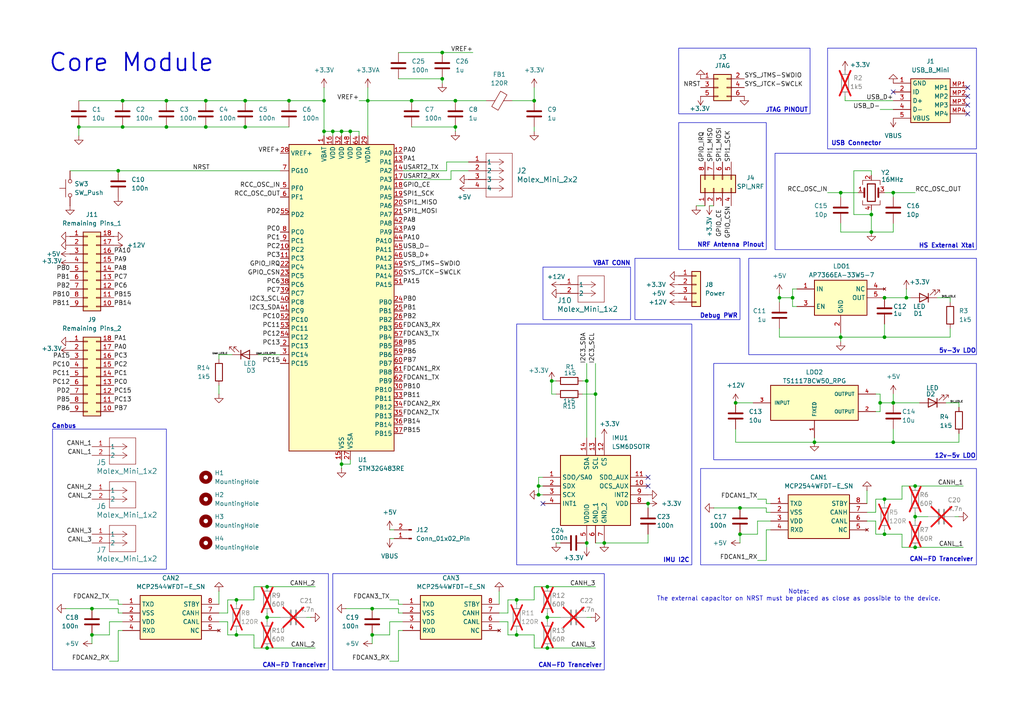
<source format=kicad_sch>
(kicad_sch (version 20231120) (generator "eeschema") (generator_version "8.0")
  (paper "A4")
  (title_block (title "Modular Robot Main Controller") (date "2024-08-25") (rev "0.1") (company "AT"))
  (junction (at 252.73 67.31))
  (junction (at 149.86 184.15))
  (junction (at 22.86 36.83))
  (junction (at 68.58 184.15))
  (junction (at 71.12 29.21))
  (junction (at 101.6 38.1))
  (junction (at 99.06 38.1))
  (junction (at 265.43 158.75))
  (junction (at 93.98 29.21))
  (junction (at 252.73 62.23))
  (junction (at 59.69 29.21))
  (junction (at 265.43 149.86))
  (junction (at 128.27 15.24))
  (junction (at 187.96 146.05))
  (junction (at 48.26 29.21))
  (junction (at 158.75 187.96))
  (junction (at 255.27 116.84))
  (junction (at 48.26 36.83))
  (junction (at 68.58 173.99))
  (junction (at 170.18 157.48))
  (junction (at 59.69 36.83))
  (junction (at 256.54 154.94))
  (junction (at 96.52 38.1))
  (junction (at 83.82 29.21))
  (junction (at 214.63 147.32))
  (junction (at 160.02 110.49))
  (junction (at 77.47 170.18))
  (junction (at 106.68 29.21))
  (junction (at 149.86 173.99))
  (junction (at 93.98 38.1))
  (junction (at 265.43 140.97))
  (junction (at 26.67 176.53))
  (junction (at 214.63 154.94))
  (junction (at 236.22 128.27))
  (junction (at 175.26 157.48))
  (junction (at 156.21 143.51))
  (junction (at 34.29 49.53))
  (junction (at 243.84 55.88))
  (junction (at 132.08 36.83))
  (junction (at 256.54 86.36))
  (junction (at 35.56 29.21))
  (junction (at 77.47 187.96))
  (junction (at 156.21 140.97))
  (junction (at 259.08 116.84))
  (junction (at 132.08 29.21))
  (junction (at 172.72 114.3))
  (junction (at 158.75 170.18))
  (junction (at 259.08 55.88))
  (junction (at 226.06 86.36))
  (junction (at 154.94 29.21))
  (junction (at 259.08 128.27))
  (junction (at 71.12 36.83))
  (junction (at 99.06 134.62))
  (junction (at 262.89 86.36))
  (junction (at 128.27 22.86))
  (junction (at 213.36 116.84))
  (junction (at 77.47 179.07))
  (junction (at 107.95 176.53))
  (junction (at 107.95 184.15))
  (junction (at 119.38 29.21))
  (junction (at 170.18 110.49))
  (junction (at 256.54 144.78))
  (junction (at 256.54 97.79))
  (junction (at 26.67 184.15))
  (junction (at 35.56 36.83))
  (junction (at 243.84 97.79))
  (junction (at 158.75 179.07))
  (junction (at 229.87 86.36))
  (no_connect (at 280.67 27.94))
  (no_connect (at 280.67 33.02))
  (no_connect (at 280.67 30.48))
  (no_connect (at 187.96 140.97))
  (no_connect (at 259.08 26.67))
  (no_connect (at 280.67 25.4))
  (no_connect (at 157.48 146.05))
  (no_connect (at 187.96 138.43))
  (wire (pts (xy 115.57 176.53) (xy 115.57 177.8)))
  (wire (pts (xy 73.66 173.99) (xy 68.58 173.99)))
  (wire (pts (xy 31.75 184.15) (xy 31.75 180.34)))
  (wire (pts (xy 66.04 184.15) (xy 68.58 184.15)))
  (wire (pts (xy 172.72 114.3) (xy 172.72 127)))
  (wire (pts (xy 265.43 148.59) (xy 265.43 149.86)))
  (wire (pts (xy 154.94 38.1) (xy 154.94 36.83)))
  (wire (pts (xy 59.69 36.83) (xy 71.12 36.83)))
  (wire (pts (xy 107.95 184.15) (xy 113.03 184.15)))
  (wire (pts (xy 48.26 29.21) (xy 59.69 29.21)))
  (wire (pts (xy 148.59 29.21) (xy 154.94 29.21)))
  (wire (pts (xy 254 144.78) (xy 256.54 144.78)))
  (wire (pts (xy 35.56 29.21) (xy 48.26 29.21)))
  (wire (pts (xy 187.96 154.94) (xy 187.96 157.48)))
  (wire (pts (xy 77.47 170.18) (xy 91.44 170.18)))
  (wire (pts (xy 34.29 182.88) (xy 35.56 182.88)))
  (wire (pts (xy 156.21 143.51) (xy 157.48 143.51)))
  (wire (pts (xy 278.13 149.86) (xy 276.86 149.86)))
  (wire (pts (xy 144.78 171.45) (xy 144.78 175.26)))
  (wire (pts (xy 275.59 87.63) (xy 275.59 86.36)))
  (wire (pts (xy 154.94 184.15) (xy 149.86 184.15)))
  (wire (pts (xy 252.73 49.53) (xy 252.73 50.8)))
  (wire (pts (xy 73.66 170.18) (xy 77.47 170.18)))
  (wire (pts (xy 229.87 86.36) (xy 229.87 88.9)))
  (wire (pts (xy 156.21 140.97) (xy 156.21 143.51)))
  (wire (pts (xy 278.13 128.27) (xy 259.08 128.27)))
  (wire (pts (xy 256.54 144.78) (xy 256.54 146.05)))
  (wire (pts (xy 26.67 184.15) (xy 26.67 186.69)))
  (wire (pts (xy 222.25 153.67) (xy 223.52 153.67)))
  (wire (pts (xy 264.16 86.36) (xy 262.89 86.36)))
  (wire (pts (xy 154.94 170.18) (xy 154.94 173.99)))
  (wire (pts (xy 66.04 180.34) (xy 63.5 180.34)))
  (wire (pts (xy 261.62 140.97) (xy 265.43 140.97)))
  (wire (pts (xy 107.95 184.15) (xy 107.95 186.69)))
  (wire (pts (xy 19.05 176.53) (xy 26.67 176.53)))
  (wire (pts (xy 63.5 104.14) (xy 63.5 102.87)))
  (wire (pts (xy 170.18 110.49) (xy 170.18 127)))
  (wire (pts (xy 160.02 110.49) (xy 161.29 110.49)))
  (wire (pts (xy 107.95 176.53) (xy 115.57 176.53)))
  (wire (pts (xy 243.84 97.79) (xy 243.84 96.52)))
  (wire (pts (xy 161.29 157.48) (xy 162.56 157.48)))
  (wire (pts (xy 119.38 36.83) (xy 132.08 36.83)))
  (wire (pts (xy 113.03 156.21) (xy 114.3 156.21)))
  (wire (pts (xy 99.06 38.1) (xy 101.6 38.1)))
  (wire (pts (xy 213.36 128.27) (xy 236.22 128.27)))
  (wire (pts (xy 149.86 182.88) (xy 149.86 184.15)))
  (wire (pts (xy 252.73 62.23) (xy 252.73 67.31)))
  (wire (pts (xy 256.54 97.79) (xy 243.84 97.79)))
  (wire (pts (xy 34.29 175.26) (xy 35.56 175.26)))
  (wire (pts (xy 158.75 177.8) (xy 158.75 179.07)))
  (wire (pts (xy 115.57 173.99) (xy 115.57 175.26)))
  (wire (pts (xy 265.43 149.86) (xy 269.24 149.86)))
  (wire (pts (xy 247.65 62.23) (xy 252.73 62.23)))
  (wire (pts (xy 154.94 25.4) (xy 154.94 29.21)))
  (wire (pts (xy 99.06 38.1) (xy 99.06 39.37)))
  (wire (pts (xy 168.91 114.3) (xy 172.72 114.3)))
  (wire (pts (xy 222.25 162.56) (xy 222.25 153.67)))
  (wire (pts (xy 236.22 128.27) (xy 259.08 128.27)))
  (wire (pts (xy 132.08 38.1) (xy 132.08 36.83)))
  (wire (pts (xy 147.32 177.8) (xy 144.78 177.8)))
  (wire (pts (xy 73.66 187.96) (xy 77.47 187.96)))
  (wire (pts (xy 93.98 29.21) (xy 93.98 38.1)))
  (wire (pts (xy 96.52 38.1) (xy 99.06 38.1)))
  (wire (pts (xy 256.54 153.67) (xy 256.54 154.94)))
  (wire (pts (xy 93.98 38.1) (xy 96.52 38.1)))
  (wire (pts (xy 265.43 158.75) (xy 279.4 158.75)))
  (wire (pts (xy 99.06 134.62) (xy 99.06 135.89)))
  (wire (pts (xy 251.46 142.24) (xy 251.46 146.05)))
  (wire (pts (xy 96.52 38.1) (xy 96.52 39.37)))
  (wire (pts (xy 63.5 111.76) (xy 63.5 114.3)))
  (wire (pts (xy 77.47 179.07) (xy 81.28 179.07)))
  (wire (pts (xy 63.5 102.87) (xy 67.31 102.87)))
  (wire (pts (xy 261.62 140.97) (xy 261.62 144.78)))
  (wire (pts (xy 172.72 105.41) (xy 172.72 114.3)))
  (wire (pts (xy 255.27 114.3) (xy 254 114.3)))
  (wire (pts (xy 261.62 158.75) (xy 261.62 154.94)))
  (wire (pts (xy 255.27 31.75) (xy 259.08 31.75)))
  (wire (pts (xy 115.57 22.86) (xy 128.27 22.86)))
  (wire (pts (xy 168.91 110.49) (xy 170.18 110.49)))
  (wire (pts (xy 187.96 157.48) (xy 175.26 157.48)))
  (wire (pts (xy 254 154.94) (xy 254 151.13)))
  (wire (pts (xy 259.08 128.27) (xy 259.08 124.46)))
  (wire (pts (xy 73.66 187.96) (xy 73.66 184.15)))
  (wire (pts (xy 154.94 173.99) (xy 149.86 173.99)))
  (wire (pts (xy 106.68 29.21) (xy 119.38 29.21)))
  (wire (pts (xy 113.03 191.77) (xy 115.57 191.77)))
  (wire (pts (xy 236.22 128.27) (xy 236.22 127)))
  (wire (pts (xy 214.63 154.94) (xy 214.63 157.48)))
  (wire (pts (xy 229.87 83.82) (xy 229.87 86.36)))
  (wire (pts (xy 129.54 46.99) (xy 135.89 46.99)))
  (wire (pts (xy 205.74 59.69) (xy 207.01 59.69)))
  (wire (pts (xy 226.06 86.36) (xy 229.87 86.36)))
  (wire (pts (xy 254 148.59) (xy 251.46 148.59)))
  (wire (pts (xy 213.36 116.84) (xy 218.44 116.84)))
  (wire (pts (xy 255.27 114.3) (xy 255.27 116.84)))
  (wire (pts (xy 214.63 147.32) (xy 222.25 147.32)))
  (wire (pts (xy 243.84 64.77) (xy 243.84 67.31)))
  (wire (pts (xy 154.94 170.18) (xy 158.75 170.18)))
  (wire (pts (xy 158.75 179.07) (xy 158.75 180.34)))
  (wire (pts (xy 68.58 182.88) (xy 68.58 184.15)))
  (wire (pts (xy 240.03 55.88) (xy 243.84 55.88)))
  (wire (pts (xy 259.08 55.88) (xy 256.54 55.88)))
  (wire (pts (xy 261.62 154.94) (xy 256.54 154.94)))
  (wire (pts (xy 278.13 116.84) (xy 274.32 116.84)))
  (wire (pts (xy 275.59 95.25) (xy 275.59 97.79)))
  (wire (pts (xy 106.68 25.4) (xy 106.68 29.21)))
  (wire (pts (xy 147.32 173.99) (xy 147.32 177.8)))
  (wire (pts (xy 147.32 184.15) (xy 149.86 184.15)))
  (wire (pts (xy 48.26 36.83) (xy 59.69 36.83)))
  (wire (pts (xy 278.13 125.73) (xy 278.13 128.27)))
  (wire (pts (xy 31.75 191.77) (xy 34.29 191.77)))
  (wire (pts (xy 130.81 49.53) (xy 130.81 52.07)))
  (wire (pts (xy 259.08 116.84) (xy 266.7 116.84)))
  (wire (pts (xy 104.14 29.21) (xy 106.68 29.21)))
  (wire (pts (xy 201.93 59.69) (xy 204.47 59.69)))
  (wire (pts (xy 243.84 67.31) (xy 252.73 67.31)))
  (wire (pts (xy 68.58 173.99) (xy 68.58 175.26)))
  (wire (pts (xy 93.98 25.4) (xy 93.98 29.21)))
  (wire (pts (xy 66.04 177.8) (xy 63.5 177.8)))
  (wire (pts (xy 34.29 173.99) (xy 34.29 175.26)))
  (wire (pts (xy 254 154.94) (xy 256.54 154.94)))
  (wire (pts (xy 116.84 49.53) (xy 129.54 49.53)))
  (wire (pts (xy 254 144.78) (xy 254 148.59)))
  (wire (pts (xy 222.25 144.78) (xy 222.25 146.05)))
  (wire (pts (xy 254 151.13) (xy 251.46 151.13)))
  (wire (pts (xy 278.13 118.11) (xy 278.13 116.84)))
  (wire (pts (xy 275.59 86.36) (xy 271.78 86.36)))
  (wire (pts (xy 34.29 176.53) (xy 34.29 177.8)))
  (wire (pts (xy 252.73 49.53) (xy 247.65 49.53)))
  (wire (pts (xy 160.02 110.49) (xy 160.02 114.3)))
  (wire (pts (xy 222.25 148.59) (xy 223.52 148.59)))
  (wire (pts (xy 245.11 29.21) (xy 245.11 27.94)))
  (wire (pts (xy 66.04 173.99) (xy 66.04 177.8)))
  (wire (pts (xy 160.02 114.3) (xy 161.29 114.3)))
  (wire (pts (xy 71.12 29.21) (xy 83.82 29.21)))
  (wire (pts (xy 275.59 97.79) (xy 256.54 97.79)))
  (wire (pts (xy 20.32 49.53) (xy 34.29 49.53)))
  (wire (pts (xy 101.6 38.1) (xy 101.6 39.37)))
  (wire (pts (xy 100.33 176.53) (xy 107.95 176.53)))
  (wire (pts (xy 261.62 158.75) (xy 265.43 158.75)))
  (wire (pts (xy 172.72 157.48) (xy 175.26 157.48)))
  (wire (pts (xy 115.57 177.8) (xy 116.84 177.8)))
  (wire (pts (xy 243.84 57.15) (xy 243.84 55.88)))
  (wire (pts (xy 77.47 177.8) (xy 77.47 179.07)))
  (wire (pts (xy 34.29 191.77) (xy 34.29 182.88)))
  (wire (pts (xy 71.12 36.83) (xy 83.82 36.83)))
  (wire (pts (xy 34.29 49.53) (xy 81.28 49.53)))
  (wire (pts (xy 255.27 116.84) (xy 255.27 119.38)))
  (wire (pts (xy 265.43 149.86) (xy 265.43 151.13)))
  (wire (pts (xy 229.87 88.9) (xy 231.14 88.9)))
  (wire (pts (xy 115.57 191.77) (xy 115.57 182.88)))
  (wire (pts (xy 31.75 173.99) (xy 34.29 173.99)))
  (wire (pts (xy 219.71 144.78) (xy 222.25 144.78)))
  (wire (pts (xy 113.03 184.15) (xy 113.03 180.34)))
  (wire (pts (xy 129.54 49.53) (xy 129.54 46.99)))
  (wire (pts (xy 255.27 116.84) (xy 259.08 116.84)))
  (wire (pts (xy 259.08 57.15) (xy 259.08 55.88)))
  (wire (pts (xy 34.29 177.8) (xy 35.56 177.8)))
  (wire (pts (xy 22.86 29.21) (xy 35.56 29.21)))
  (wire (pts (xy 132.08 29.21) (xy 140.97 29.21)))
  (wire (pts (xy 59.69 29.21) (xy 71.12 29.21)))
  (wire (pts (xy 113.03 173.99) (xy 115.57 173.99)))
  (wire (pts (xy 222.25 146.05) (xy 223.52 146.05)))
  (wire (pts (xy 26.67 176.53) (xy 34.29 176.53)))
  (wire (pts (xy 255.27 119.38) (xy 254 119.38)))
  (wire (pts (xy 115.57 175.26) (xy 116.84 175.26)))
  (wire (pts (xy 66.04 173.99) (xy 68.58 173.99)))
  (wire (pts (xy 243.84 99.06) (xy 243.84 97.79)))
  (wire (pts (xy 101.6 133.35) (xy 101.6 134.62)))
  (wire (pts (xy 99.06 133.35) (xy 99.06 134.62)))
  (wire (pts (xy 101.6 134.62) (xy 99.06 134.62)))
  (wire (pts (xy 213.36 124.46) (xy 213.36 128.27)))
  (wire (pts (xy 214.63 154.94) (xy 219.71 154.94)))
  (wire (pts (xy 262.89 83.82) (xy 262.89 86.36)))
  (wire (pts (xy 256.54 93.98) (xy 256.54 97.79)))
  (wire (pts (xy 83.82 29.21) (xy 93.98 29.21)))
  (wire (pts (xy 77.47 179.07) (xy 77.47 180.34)))
  (wire (pts (xy 115.57 15.24) (xy 128.27 15.24)))
  (wire (pts (xy 170.18 158.75) (xy 170.18 157.48)))
  (wire (pts (xy 66.04 184.15) (xy 66.04 180.34)))
  (wire (pts (xy 113.03 153.67) (xy 114.3 153.67)))
  (wire (pts (xy 243.84 55.88) (xy 248.92 55.88)))
  (wire (pts (xy 222.25 147.32) (xy 222.25 148.59)))
  (wire (pts (xy 73.66 170.18) (xy 73.66 173.99)))
  (wire (pts (xy 170.18 105.41) (xy 170.18 110.49)))
  (wire (pts (xy 219.71 154.94) (xy 219.71 151.13)))
  (wire (pts (xy 106.68 29.21) (xy 106.68 39.37)))
  (wire (pts (xy 115.57 182.88) (xy 116.84 182.88)))
  (wire (pts (xy 265.43 140.97) (xy 279.4 140.97)))
  (wire (pts (xy 247.65 49.53) (xy 247.65 62.23)))
  (wire (pts (xy 73.66 184.15) (xy 68.58 184.15)))
  (wire (pts (xy 219.71 151.13) (xy 223.52 151.13)))
  (wire (pts (xy 116.84 52.07) (xy 130.81 52.07)))
  (wire (pts (xy 74.93 102.87) (xy 81.28 102.87)))
  (wire (pts (xy 26.67 184.15) (xy 31.75 184.15)))
  (wire (pts (xy 130.81 49.53) (xy 135.89 49.53)))
  (wire (pts (xy 113.03 180.34) (xy 116.84 180.34)))
  (wire (pts (xy 157.48 138.43) (xy 156.21 138.43)))
  (wire (pts (xy 259.08 67.31) (xy 259.08 64.77)))
  (wire (pts (xy 149.86 173.99) (xy 149.86 175.26)))
  (wire (pts (xy 31.75 180.34) (xy 35.56 180.34)))
  (wire (pts (xy 226.06 87.63) (xy 226.06 86.36)))
  (wire (pts (xy 229.87 83.82) (xy 231.14 83.82)))
  (wire (pts (xy 128.27 15.24) (xy 137.16 15.24)))
  (wire (pts (xy 226.06 97.79) (xy 243.84 97.79)))
  (wire (pts (xy 147.32 173.99) (xy 149.86 173.99)))
  (wire (pts (xy 22.86 36.83) (xy 35.56 36.83)))
  (wire (pts (xy 128.27 24.13) (xy 128.27 22.86)))
  (wire (pts (xy 226.06 85.09) (xy 226.06 86.36)))
  (wire (pts (xy 22.86 39.37) (xy 22.86 36.83)))
  (wire (pts (xy 259.08 29.21) (xy 245.11 29.21)))
  (wire (pts (xy 226.06 95.25) (xy 226.06 97.79)))
  (wire (pts (xy 259.08 114.3) (xy 259.08 116.84)))
  (wire (pts (xy 156.21 138.43) (xy 156.21 140.97)))
  (wire (pts (xy 35.56 36.83) (xy 48.26 36.83)))
  (wire (pts (xy 252.73 62.23) (xy 252.73 60.96)))
  (wire (pts (xy 256.54 86.36) (xy 262.89 86.36)))
  (wire (pts (xy 147.32 180.34) (xy 144.78 180.34)))
  (wire (pts (xy 158.75 187.96) (xy 172.72 187.96)))
  (wire (pts (xy 63.5 171.45) (xy 63.5 175.26)))
  (wire (pts (xy 261.62 144.78) (xy 256.54 144.78)))
  (wire (pts (xy 252.73 67.31) (xy 259.08 67.31)))
  (wire (pts (xy 158.75 170.18) (xy 172.72 170.18)))
  (wire (pts (xy 154.94 187.96) (xy 158.75 187.96)))
  (wire (pts (xy 219.71 162.56) (xy 222.25 162.56)))
  (wire (pts (xy 93.98 38.1) (xy 93.98 39.37)))
  (wire (pts (xy 157.48 140.97) (xy 156.21 140.97)))
  (wire (pts (xy 171.45 179.07) (xy 170.18 179.07)))
  (wire (pts (xy 187.96 147.32) (xy 187.96 146.05)))
  (wire (pts (xy 90.17 179.07) (xy 88.9 179.07)))
  (wire (pts (xy 119.38 29.21) (xy 132.08 29.21)))
  (wire (pts (xy 207.01 147.32) (xy 214.63 147.32)))
  (wire (pts (xy 147.32 184.15) (xy 147.32 180.34)))
  (wire (pts (xy 77.47 187.96) (xy 91.44 187.96)))
  (wire (pts (xy 104.14 38.1) (xy 104.14 39.37)))
  (wire (pts (xy 158.75 179.07) (xy 162.56 179.07)))
  (wire (pts (xy 101.6 38.1) (xy 104.14 38.1)))
  (wire (pts (xy 265.43 55.88) (xy 259.08 55.88)))
  (wire (pts (xy 154.94 187.96) (xy 154.94 184.15)))
  (rectangle (start 15.24 124.46) (end 48.26 165.1))
  (rectangle (start 149.86 93.98) (end 200.66 163.83))
  (rectangle (start 157.48 77.47) (end 182.88 92.71))
  (rectangle (start 15.24 166.37) (end 95.25 194.31))
  (rectangle (start 96.52 166.37) (end 175.26 194.31))
  (rectangle (start 203.2 135.89) (end 283.21 163.83))
  (rectangle (start 240.03 13.97) (end 283.21 43.18))
  (rectangle (start 207.01 105.41) (end 283.21 133.35))
  (rectangle (start 196.85 13.97) (end 234.95 33.02))
  (rectangle (start 184.15 74.93) (end 214.63 92.71))
  (rectangle (start 196.85 35.56) (end 222.25 72.39))
  (rectangle (start 217.17 74.93) (end 283.21 102.87))
  (rectangle (start 224.79 44.45) (end 283.21 72.39))
  (text "CAN-FD Tranceiver\n" (at 85.344 193.04 0) (effects (font (size 1.27 1.27) (thickness 0.254) (bold yes))))
  (text "IMU I2C\n" (at 192.278 162.56 0) (effects (font (size 1.27 1.27) (thickness 0.254) (bold yes)) (justify left)))
  (text "HS External Xtal" (at 266.446 71.374 0) (effects (font (size 1.27 1.27) (thickness 0.254) (bold yes)) (justify left)))
  (text "NRF Antenna Pinout\n" (at 202.184 71.12 0) (effects (font (size 1.27 1.27) (thickness 0.254) (bold yes)) (justify left)))
  (text "Debug PWR\n" (at 202.946 91.694 0) (effects (font (size 1.27 1.27) (thickness 0.254) (bold yes)) (justify left)))
  (text "5v-3v LDO\n" (at 272.288 101.854 0) (effects (font (size 1.27 1.27) (thickness 0.254) (bold yes)) (justify left)))
  (text "VBAT CONN" (at 171.958 76.454 0) (effects (font (size 1.27 1.27) (thickness 0.254) (bold yes)) (justify left)))
  (text "CAN-FD Tranceiver\n" (at 165.354 193.04 0) (effects (font (size 1.27 1.27) (thickness 0.254) (bold yes))))
  (text "Notes:\nThe external capacitor on NRST must be placed as close as possible to the device.\n" (at 231.648 172.72 0) (effects (font (size 1.27 1.27))))
  (text "12v-5v LDO" (at 271.018 132.334 0) (effects (font (size 1.27 1.27) (thickness 0.254) (bold yes)) (justify left)))
  (text "USB Connector\n" (at 241.046 41.656 0) (effects (font (size 1.27 1.27) (thickness 0.254) (bold yes)) (justify left)))
  (text "Canbus" (at 18.542 123.698 0) (effects (font (size 1.27 1.27) (thickness 0.254) (bold yes))))
  (text "JTAG PINOUT\n" (at 221.996 32.004 0) (effects (font (size 1.27 1.27) (thickness 0.254) (bold yes)) (justify left)))
  (text "Core Module\n" (at 13.97 18.288 0) (effects (font (size 5.08 5.08) (thickness 0.508) (bold yes)) (justify left)))
  (text "CAN-FD Tranceiver\n" (at 273.05 162.306 0) (effects (font (size 1.27 1.27) (thickness 0.254) (bold yes))))
  (label "User_LED_C" (at 66.04 102.87 180) (effects (font (size 0.508 0.508))))
  (label "PA15" (at 20.32 104.14 180))
  (label "PC2" (at 33.02 106.68 0))
  (label "PB14" (at 33.02 88.9 0))
  (label "CANH_2" (at 26.67 142.24 180))
  (label "PC10" (at 81.28 92.71 180))
  (label "FDCAN2_RX" (at 31.75 191.77 180))
  (label "CANL_2" (at 26.67 144.78 180))
  (label "PA10" (at 116.84 69.85 0))
  (label "PB2" (at 20.32 83.82 180))
  (label "SYS_JTCK-SWCLK" (at 116.84 80.01 0))
  (label "FDCAN3_RX" (at 113.03 191.77 180))
  (label "FDCAN1_RX" (at 116.84 107.95 0))
  (label "FDCAN2_TX" (at 116.84 120.65 0))
  (label "PB15" (at 33.02 86.36 0))
  (label "FDCAN3_RX" (at 116.84 95.25 0))
  (label "VREF+" (at 104.14 29.21 180))
  (label "PD2" (at 20.32 114.3 180))
  (label "SPI1_MOSI" (at 209.55 46.99 90))
  (label "I2C3_SDA" (at 81.28 90.17 180))
  (label "PB0" (at 116.84 87.63 0))
  (label "USB_D-" (at 255.27 31.75 180))
  (label "CANL_1" (at 26.67 132.08 180))
  (label "PC11" (at 20.32 109.22 180))
  (label "VREF+" (at 137.16 15.24 180))
  (label "PA9" (at 33.02 76.2 0))
  (label "RCC_OSC_OUT" (at 81.28 57.15 180))
  (label "I2C3_SCL" (at 172.72 105.41 90))
  (label "GPIO_CSN" (at 81.28 80.01 180))
  (label "USB_D+" (at 116.84 74.93 0))
  (label "RCC_OSC_IN" (at 81.28 54.61 180))
  (label "CANL_2" (at 91.44 187.96 180))
  (label "GPIO_CE " (at 116.84 54.61 0))
  (label "PC1" (at 81.28 69.85 180))
  (label "CANH_3" (at 26.67 154.94 180))
  (label "I2C3_SDA" (at 170.18 105.41 90))
  (label "I2C3_SCL" (at 81.28 87.63 180))
  (label "PA15" (at 116.84 82.55 0))
  (label "NRST" (at 203.2 25.4 180))
  (label "PB1" (at 20.32 81.28 180))
  (label "FDCAN1_TX" (at 219.71 144.78 180))
  (label "PC13" (at 33.02 116.84 0))
  (label "PC0" (at 81.28 67.31 180))
  (label "SPI1_SCK" (at 212.09 46.99 90))
  (label "PB15" (at 116.84 125.73 0))
  (label "PB11" (at 20.32 88.9 180))
  (label "GPIO_IRQ" (at 204.47 46.99 90))
  (label "FDCAN3_TX" (at 113.03 173.99 180))
  (label "USB_D-" (at 116.84 72.39 0))
  (label "PC1" (at 33.02 109.22 0))
  (label "PC11" (at 81.28 95.25 180))
  (label "5V_LED_C" (at 275.59 116.84 0) (effects (font (size 0.508 0.508))))
  (label "PB7" (at 33.02 119.38 0))
  (label "PB10" (at 20.32 86.36 180))
  (label "3V3_LED_C" (at 273.05 86.36 0) (effects (font (size 0.508 0.508))))
  (label "PC15" (at 81.28 105.41 180))
  (label "PB6" (at 116.84 102.87 0))
  (label "CANH_3" (at 172.72 170.18 180))
  (label "PA9" (at 116.84 67.31 0))
  (label "USART2_TX" (at 116.84 49.53 0))
  (label "PB2" (at 116.84 92.71 0))
  (label "PC13" (at 81.28 100.33 180))
  (label "FDCAN3_TX" (at 116.84 97.79 0))
  (label "CANL_3" (at 26.67 157.48 180))
  (label "PC12" (at 81.28 97.79 180))
  (label "PC12" (at 20.32 111.76 180))
  (label "SPI1_SCK" (at 116.84 57.15 0))
  (label "PB6" (at 20.32 119.38 180))
  (label "SPI1_MISO" (at 207.01 46.99 90))
  (label "USB_D+" (at 259.08 29.21 180))
  (label "NRST" (at 55.88 49.53 0))
  (label "PB0" (at 20.32 78.74 180))
  (label "GPIO_CSN" (at 212.09 59.69 270))
  (label "PA8" (at 33.02 78.74 0))
  (label "SPI1_MISO" (at 116.84 59.69 0))
  (label "PB11" (at 116.84 115.57 0))
  (label "PC7" (at 33.02 81.28 0))
  (label "PB10" (at 116.84 113.03 0))
  (label "User_LED_GPIO" (at 80.01 102.87 180) (effects (font (size 0.508 0.508))))
  (label "FDCAN1_RX" (at 219.71 162.56 180))
  (label "PB14" (at 116.84 123.19 0))
  (label "CANH_1" (at 279.4 140.97 180))
  (label "RCC_OSC_IN" (at 240.03 55.88 180))
  (label "PB5" (at 20.32 116.84 180))
  (label "FDCAN2_TX" (at 31.75 173.99 180))
  (label "PD2" (at 81.28 62.23 180))
  (label "GPIO_IRQ" (at 81.28 77.47 180))
  (label "PC0" (at 33.02 111.76 0))
  (label "PB7" (at 116.84 105.41 0))
  (label "PC3" (at 81.28 74.93 180))
  (label "PC15" (at 33.02 114.3 0))
  (label "RCC_OSC_OUT" (at 265.43 55.88 0))
  (label "PA0" (at 116.84 44.45 0))
  (label "SYS_JTMS-SWDIO" (at 215.9 22.86 0))
  (label "PA1" (at 33.02 99.06 0))
  (label "PA1" (at 116.84 46.99 0))
  (label "PA10" (at 33.02 73.66 0))
  (label "GPIO_CE " (at 209.55 59.69 270))
  (label "PC7" (at 81.28 85.09 180))
  (label "PB5" (at 116.84 100.33 0))
  (label "PB1" (at 116.84 90.17 0))
  (label "FDCAN2_RX" (at 116.84 118.11 0))
  (label "PC6" (at 33.02 83.82 0))
  (label "USART2_RX" (at 116.84 52.07 0))
  (label "SYS_JTCK-SWCLK" (at 215.9 25.4 0))
  (label "PC6" (at 81.28 82.55 180))
  (label "PC10" (at 20.32 106.68 180))
  (label "PA0" (at 33.02 101.6 0))
  (label "CANH_1" (at 26.67 129.54 180))
  (label "CANL_3" (at 172.72 187.96 180))
  (label "VREF+" (at 81.28 44.45 180))
  (label "FDCAN1_TX" (at 116.84 110.49 0))
  (label "PC3" (at 33.02 104.14 0))
  (label "PC2" (at 81.28 72.39 180))
  (label "SPI1_MOSI" (at 116.84 62.23 0))
  (label "SYS_JTMS-SWDIO" (at 116.84 77.47 0))
  (label "CANL_1" (at 279.4 158.75 180))
  (label "CANH_2" (at 91.44 170.18 180))
  (label "PA8" (at 116.84 64.77 0))
  (symbol (lib_id "Device:C") (at 85.09 179.07 90) (unit 1) (exclude_from_sim yes) (in_bom no) (on_board no) (dnp yes)
    (property "Reference" "C21" (at 86.868 174.244 90) (effects (justify right)))
    (property "Value" "4.7n" (at 86.868 176.784 90) (effects (justify right)))
    (property "Footprint" "Capacitor_SMD:C_0402_1005Metric" (effects (hide yes)))
    (property "Description" "Unpolarized capacitor" (effects (hide yes)))
  )
  (symbol (lib_id "Device:R") (at 256.54 149.86 0) (unit 1) (dnp yes)
    (property "Reference" "R5" (at 257.81 148.59 0) (effects (justify left)))
    (property "Value" "120R" (at 257.81 151.13 0) (effects (justify left)))
    (property "Footprint" "Resistor_SMD:R_0402_1005Metric" (effects (hide yes)))
    (property "Description" "Resistor" (effects (hide yes)))
  )
  (symbol (lib_id "power:+12V") (at 162.56 82.55 90) (unit 1)
    (property "Reference" "#PWR047" (effects (hide yes)))
    (property "Value" "+12V" (at 161.29 80.264 90))
    (property "Description" "Power symbol creates a global label with name \"+12V\"" (effects (hide yes)))
  )
  (symbol (lib_id "Connector_Generic:Conn_02x03_Odd_Even") (at 208.28 25.4 0) (unit 1)
    (property "Reference" "J3" (at 209.55 16.51 0))
    (property "Value" "JTAG" (at 209.55 19.05 0))
    (property "Footprint" "Connector_PinHeader_2.54mm:PinHeader_2x03_P2.54mm_Vertical" (effects (hide yes)))
    (property "Description" "Generic connector, double row, 02x03, odd/even pin numbering scheme (row 1 odd numbers, row 2 even numbers), script generated (kicad-library-utils/schlib/autogen/connector/)" (effects (hide yes)))
  )
  (symbol (lib_id "power:+5V") (at 259.08 114.3 0) (unit 1)
    (property "Reference" "#PWR030" (effects (hide yes)))
    (property "Value" "+5V" (at 259.08 109.22 0))
    (property "Description" "Power symbol creates a global label with name \"+5V\"" (effects (hide yes)))
  )
  (symbol (lib_id "Connector_Generic:Conn_01x04") (at 201.93 82.55 0) (unit 1)
    (property "Reference" "J8" (at 204.47 82.5499 0) (effects (justify left)))
    (property "Value" "Power" (at 204.47 85.0899 0) (effects (justify left)))
    (property "Footprint" "Connector_PinSocket_2.54mm:PinSocket_1x04_P2.54mm_Vertical" (effects (hide yes)))
    (property "Description" "Generic connector, single row, 01x04, script generated (kicad-library-utils/schlib/autogen/connector/)" (effects (hide yes)))
  )
  (symbol (lib_id "Switch:SW_Push") (at 20.32 54.61 90) (unit 1)
    (property "Reference" "SW3" (at 21.59 53.3399 90) (effects (justify right)))
    (property "Value" "SW_Push" (at 21.59 55.8799 90) (effects (justify right)))
    (property "Footprint" "Personal:Button_TL3302AF260QG" (effects (hide yes)))
    (property "Description" "Push button switch, generic, two pins" (effects (hide yes)))
  )
  (symbol (lib_id "power:GND") (at 207.01 147.32 270) (unit 1)
    (property "Reference" "#PWR032" (effects (hide yes)))
    (property "Value" "GND" (effects (hide yes)))
    (property "Description" "Power symbol creates a global label with name \"GND\" , ground" (effects (hide yes)))
  )
  (symbol (lib_id "power:+12V") (at 33.02 71.12 270) (unit 1)
    (property "Reference" "#PWR062" (effects (hide yes)))
    (property "Value" "+12V" (at 36.83 71.1199 90) (effects (justify left)))
    (property "Description" "Power symbol creates a global label with name \"+12V\"" (effects (hide yes)))
  )
  (symbol (lib_id "Device:C") (at 48.26 33.02 0) (unit 1)
    (property "Reference" "C3" (at 52.07 31.7499 0) (effects (justify left)))
    (property "Value" "100n" (at 52.07 34.2899 0) (effects (justify left)))
    (property "Footprint" "Capacitor_SMD:C_0402_1005Metric" (effects (hide yes)))
    (property "Description" "Unpolarized capacitor" (effects (hide yes)))
  )
  (symbol (lib_id "power:GND") (at 201.93 59.69 0) (unit 1)
    (property "Reference" "#PWR050" (effects (hide yes)))
    (property "Value" "GND" (effects (hide yes)))
    (property "Description" "Power symbol creates a global label with name \"GND\" , ground" (effects (hide yes)))
  )
  (symbol (lib_id "power:VBUS") (at 113.03 156.21 180) (unit 1)
    (property "Reference" "#PWR055" (effects (hide yes)))
    (property "Value" "VBUS" (at 113.03 161.29 0))
    (property "Description" "Power symbol creates a global label with name \"VBUS\"" (effects (hide yes)))
  )
  (symbol (lib_id "power:GND") (at 19.05 176.53 270) (unit 1)
    (property "Reference" "#PWR036" (effects (hide yes)))
    (property "Value" "GND" (effects (hide yes)))
    (property "Description" "Power symbol creates a global label with name \"GND\" , ground" (effects (hide yes)))
  )
  (symbol (lib_id "Personal:430450224_MolexVert_1x2") (at 26.67 154.94 0) (unit 1)
    (property "Reference" "J7" (at 27.94 159.512 0) (effects (font (size 1.524 1.524)) (justify left)))
    (property "Value" "Molex_Mini_1x2" (at 27.94 162.052 0) (effects (font (size 1.524 1.524)) (justify left)))
    (property "Footprint" "Personal:CON_430450224_MOL_VERT_1x2" (effects (hide yes)))
    (property "Datasheet" "430450224" (effects (hide yes)))
  )
  (symbol (lib_id "power:+3.3V") (at 20.32 101.6 90) (unit 1)
    (property "Reference" "#PWR064" (effects (hide yes)))
    (property "Value" "+3.3V" (at 14.986 101.092 90))
    (property "Description" "Power symbol creates a global label with name \"+3.3V\"" (effects (hide yes)))
  )
  (symbol (lib_id "Device:C") (at 59.69 33.02 0) (unit 1)
    (property "Reference" "C4" (at 63.5 31.7499 0) (effects (justify left)))
    (property "Value" "100n" (at 63.5 34.2899 0) (effects (justify left)))
    (property "Footprint" "Capacitor_SMD:C_0402_1005Metric" (effects (hide yes)))
    (property "Description" "Unpolarized capacitor" (effects (hide yes)))
  )
  (symbol (lib_id "Personal:MCP2544WFDT-E_SN") (at 35.56 175.26 0) (unit 1)
    (property "Reference" "CAN2" (at 49.53 167.64 0))
    (property "Value" "MCP2544WFDT-E_SN" (at 49.53 170.18 0))
    (property "Footprint" "Personal:SOIC127P600X175-8N" (effects (hide yes)))
    (property "Datasheet" "https://ww1.microchip.com/downloads/aemDocuments/documents/APID/ProductDocuments/DataSheets/MCP2542FD-MCP2542WFD-4WFD-Data-Sheet-DS20005514C.pdf" (effects (hide yes)))
    (property "Description" "CAN Interface IC CAN FD Transceiver" (effects (hide yes)))
    (property "Height" "1.75" (effects (hide yes)))
    (property "Mouser Part Number" "579-MCP2544WFDT-E/SN" (effects (hide yes)))
    (property "Mouser Price/Stock" "https://www.mouser.co.uk/ProductDetail/Microchip-Technology/MCP2544WFDT-E-SN?qs=qdgZG5p0FZ4T7O4Xjw%2FO1Q%3D%3D" (effects (hide yes)))
    (property "Manufacturer_Name" "Microchip" (effects (hide yes)))
    (property "Manufacturer_Part_Number" "MCP2544WFDT-E/SN" (effects (hide yes)))
  )
  (symbol (lib_id "Personal:MCP2544WFDT-E_SN") (at 223.52 146.05 0) (unit 1)
    (property "Reference" "CAN1" (at 237.49 138.43 0))
    (property "Value" "MCP2544WFDT-E_SN" (at 237.49 140.97 0))
    (property "Footprint" "Personal:SOIC127P600X175-8N" (effects (hide yes)))
    (property "Datasheet" "https://ww1.microchip.com/downloads/aemDocuments/documents/APID/ProductDocuments/DataSheets/MCP2542FD-MCP2542WFD-4WFD-Data-Sheet-DS20005514C.pdf" (effects (hide yes)))
    (property "Description" "CAN Interface IC CAN FD Transceiver" (effects (hide yes)))
    (property "Height" "1.75" (effects (hide yes)))
    (property "Mouser Part Number" "579-MCP2544WFDT-E/SN" (effects (hide yes)))
    (property "Mouser Price/Stock" "https://www.mouser.co.uk/ProductDetail/Microchip-Technology/MCP2544WFDT-E-SN?qs=qdgZG5p0FZ4T7O4Xjw%2FO1Q%3D%3D" (effects (hide yes)))
    (property "Manufacturer_Name" "Microchip" (effects (hide yes)))
    (property "Manufacturer_Part_Number" "MCP2544WFDT-E/SN" (effects (hide yes)))
  )
  (symbol (lib_id "power:GND") (at 196.85 80.01 270) (unit 1)
    (property "Reference" "#PWR013" (effects (hide yes)))
    (property "Value" "GND" (effects (hide yes)))
    (property "Description" "Power symbol creates a global label with name \"GND\" , ground" (effects (hide yes)))
  )
  (symbol (lib_id "power:GND") (at 33.02 68.58 90) (unit 1)
    (property "Reference" "#PWR061" (effects (hide yes)))
    (property "Value" "GND" (effects (hide yes)))
    (property "Description" "Power symbol creates a global label with name \"GND\" , ground" (effects (hide yes)))
  )
  (symbol (lib_id "power:+5V") (at 20.32 73.66 90) (unit 1)
    (property "Reference" "#PWR057" (effects (hide yes)))
    (property "Value" "+5V" (at 17.526 73.66 90) (effects (justify left)))
    (property "Description" "Power symbol creates a global label with name \"+5V\"" (effects (hide yes)))
  )
  (symbol (lib_id "power:+3.3V") (at 93.98 25.4 0) (unit 1)
    (property "Reference" "#PWR022" (effects (hide yes)))
    (property "Value" "+3.3V" (at 93.98 20.32 0))
    (property "Description" "Power symbol creates a global label with name \"+3.3V\"" (effects (hide yes)))
  )
  (symbol (lib_id "power:GND") (at 63.5 171.45 0) (mirror x) (unit 1)
    (property "Reference" "#PWR038" (effects (hide yes)))
    (property "Value" "GND" (effects (hide yes)))
    (property "Description" "Power symbol creates a global label with name \"GND\" , ground" (effects (hide yes)))
  )
  (symbol (lib_id "power:GND") (at 135.89 52.07 270) (unit 1)
    (property "Reference" "#PWR052" (effects (hide yes)))
    (property "Value" "GND" (effects (hide yes)))
    (property "Description" "Power symbol creates a global label with name \"GND\" , ground" (effects (hide yes)))
  )
  (symbol (lib_id "Connector_Generic:Conn_02x09_Counter_Clockwise") (at 25.4 78.74 0) (unit 1)
    (property "Reference" "J11" (at 26.67 62.23 0))
    (property "Value" "Remaining Pins_1" (at 26.67 64.77 0))
    (property "Footprint" "Connector_PinHeader_2.54mm:PinHeader_2x09_P2.54mm_Vertical" (effects (hide yes)))
    (property "Description" "Generic connector, double row, 02x09, counter clockwise pin numbering scheme (similar to DIP package numbering), script generated (kicad-library-utils/schlib/autogen/connector/)" (effects (hide yes)))
  )
  (symbol (lib_id "power:GND") (at 22.86 39.37 0) (unit 1)
    (property "Reference" "#PWR021" (effects (hide yes)))
    (property "Value" "GND" (effects (hide yes)))
    (property "Description" "Power symbol creates a global label with name \"GND\" , ground" (effects (hide yes)))
  )
  (symbol (lib_id "Device:R") (at 158.75 184.15 0) (unit 1) (exclude_from_sim yes) (in_bom no) (on_board no) (dnp yes)
    (property "Reference" "R13" (at 160.02 182.88 0) (effects (justify left)))
    (property "Value" "60R" (at 160.02 185.42 0) (effects (justify left)))
    (property "Footprint" "Resistor_SMD:R_0402_1005Metric" (effects (hide yes)))
    (property "Description" "Resistor" (effects (hide yes)))
  )
  (symbol (lib_id "power:GND") (at 100.33 176.53 270) (unit 1)
    (property "Reference" "#PWR040" (effects (hide yes)))
    (property "Value" "GND" (effects (hide yes)))
    (property "Description" "Power symbol creates a global label with name \"GND\" , ground" (effects (hide yes)))
  )
  (symbol (lib_id "power:GND") (at 63.5 114.3 0) (mirror y) (unit 1)
    (property "Reference" "#PWR045" (effects (hide yes)))
    (property "Value" "GND" (effects (hide yes)))
    (property "Description" "Power symbol creates a global label with name \"GND\" , ground" (effects (hide yes)))
  )
  (symbol (lib_id "power:GND") (at 251.46 142.24 0) (mirror x) (unit 1)
    (property "Reference" "#PWR035" (effects (hide yes)))
    (property "Value" "GND" (effects (hide yes)))
    (property "Description" "Power symbol creates a global label with name \"GND\" , ground" (effects (hide yes)))
  )
  (symbol (lib_id "power:GND") (at 162.56 85.09 270) (unit 1)
    (property "Reference" "#PWR048" (effects (hide yes)))
    (property "Value" "GND" (effects (hide yes)))
    (property "Description" "Power symbol creates a global label with name \"GND\" , ground" (effects (hide yes)))
  )
  (symbol (lib_id "Device:C") (at 154.94 33.02 0) (unit 1)
    (property "Reference" "C9" (at 158.75 31.7499 0) (effects (justify left)))
    (property "Value" "1u" (at 158.75 34.2899 0) (effects (justify left)))
    (property "Footprint" "Capacitor_SMD:C_0402_1005Metric" (effects (hide yes)))
    (property "Description" "Unpolarized capacitor" (effects (hide yes)))
  )
  (symbol (lib_id "power:+3.3V") (at 262.89 83.82 0) (unit 1)
    (property "Reference" "#PWR028" (effects (hide yes)))
    (property "Value" "+3.3V" (at 266.7 81.788 0))
    (property "Description" "Power symbol creates a global label with name \"+3.3V\"" (effects (hide yes)))
  )
  (symbol (lib_id "Device:C") (at 119.38 33.02 0) (unit 1)
    (property "Reference" "C7" (at 123.19 31.7499 0) (effects (justify left)))
    (property "Value" "100n" (at 123.19 34.2899 0) (effects (justify left)))
    (property "Footprint" "Capacitor_SMD:C_0402_1005Metric" (effects (hide yes)))
    (property "Description" "Unpolarized capacitor" (effects (hide yes)))
  )
  (symbol (lib_id "power:GND") (at 187.96 143.51 90) (unit 1)
    (property "Reference" "#PWR02" (effects (hide yes)))
    (property "Value" "GND" (effects (hide yes)))
    (property "Description" "Power symbol creates a global label with name \"GND\" , ground" (effects (hide yes)))
  )
  (symbol (lib_id "Device:C") (at 22.86 33.02 0) (unit 1)
    (property "Reference" "C1" (at 26.67 31.7499 0) (effects (justify left)))
    (property "Value" "10u" (at 26.67 34.2899 0) (effects (justify left)))
    (property "Footprint" "Capacitor_SMD:C_0603_1608Metric" (effects (hide yes)))
    (property "Description" "Unpolarized capacitor" (effects (hide yes)))
  )
  (symbol (lib_id "power:+5V") (at 26.67 186.69 90) (unit 1)
    (property "Reference" "#PWR033" (effects (hide yes)))
    (property "Value" "+5V" (at 22.86 186.6899 90) (effects (justify left)))
    (property "Description" "Power symbol creates a global label with name \"+5V\"" (effects (hide yes)))
  )
  (symbol (lib_id "power:+12V") (at 213.36 116.84 0) (unit 1)
    (property "Reference" "#PWR031" (effects (hide yes)))
    (property "Value" "+12V" (at 213.36 111.76 0))
    (property "Description" "Power symbol creates a global label with name \"+12V\"" (effects (hide yes)))
  )
  (symbol (lib_id "Device:C") (at 243.84 60.96 0) (mirror y) (unit 1)
    (property "Reference" "C15" (at 240.03 59.6899 0) (effects (justify left)))
    (property "Value" "10p" (at 240.03 62.2299 0) (effects (justify left)))
    (property "Footprint" "Capacitor_SMD:C_0402_1005Metric" (effects (hide yes)))
    (property "Description" "Unpolarized capacitor" (effects (hide yes)))
  )
  (symbol (lib_id "power:GND") (at 20.32 71.12 270) (unit 1)
    (property "Reference" "#PWR059" (effects (hide yes)))
    (property "Value" "GND" (effects (hide yes)))
    (property "Description" "Power symbol creates a global label with name \"GND\" , ground" (effects (hide yes)))
  )
  (symbol (lib_id "power:GND") (at 236.22 128.27 0) (unit 1)
    (property "Reference" "#PWR029" (effects (hide yes)))
    (property "Value" "GND" (effects (hide yes)))
    (property "Description" "Power symbol creates a global label with name \"GND\" , ground" (effects (hide yes)))
  )
  (symbol (lib_id "Mechanical:MountingHole") (at 59.69 157.48 0) (unit 1) (exclude_from_sim yes) (in_bom no)
    (property "Reference" "H4" (at 62.23 156.2099 0) (effects (justify left)))
    (property "Value" "MountingHole" (at 62.23 158.7499 0) (effects (justify left)))
    (property "Footprint" "MountingHole:MountingHole_2.2mm_M2" (effects (hide yes)))
    (property "Description" "Mounting Hole without connection" (effects (hide yes)))
  )
  (symbol (lib_id "power:+3.3V") (at 196.85 82.55 90) (mirror x) (unit 1)
    (property "Reference" "#PWR012" (effects (hide yes)))
    (property "Value" "+3.3V" (at 190.246 82.55 90))
    (property "Description" "Power symbol creates a global label with name \"+3.3V\"" (effects (hide yes)))
  )
  (symbol (lib_id "power:GND") (at 90.17 179.07 90) (mirror x) (unit 1)
    (property "Reference" "#PWR039" (effects (hide yes)))
    (property "Value" "GND" (effects (hide yes)))
    (property "Description" "Power symbol creates a global label with name \"GND\" , ground" (effects (hide yes)))
  )
  (symbol (lib_id "power:GND") (at 99.06 135.89 0) (unit 1)
    (property "Reference" "#PWR016" (effects (hide yes)))
    (property "Value" "GND" (effects (hide yes)))
    (property "Description" "Power symbol creates a global label with name \"GND\" , ground" (effects (hide yes)))
  )
  (symbol (lib_id "Device:R") (at 68.58 179.07 0) (unit 1) (dnp yes)
    (property "Reference" "R8" (at 69.85 177.8 0) (effects (justify left)))
    (property "Value" "120R" (at 69.85 180.34 0) (effects (justify left)))
    (property "Footprint" "Resistor_SMD:R_0402_1005Metric" (effects (hide yes)))
    (property "Description" "Resistor" (effects (hide yes)))
  )
  (symbol (lib_id "Device:C") (at 273.05 149.86 90) (unit 1) (exclude_from_sim yes) (in_bom no) (on_board no) (dnp yes)
    (property "Reference" "C20" (at 274.828 145.034 90) (effects (justify right)))
    (property "Value" "4.7n" (at 274.828 147.574 90) (effects (justify right)))
    (property "Footprint" "Capacitor_SMD:C_0402_1005Metric" (effects (hide yes)))
    (property "Description" "Unpolarized capacitor" (effects (hide yes)))
  )
  (symbol (lib_id "Device:C") (at 115.57 19.05 0) (unit 1)
    (property "Reference" "C25" (at 119.38 17.7799 0) (effects (justify left)))
    (property "Value" "100n" (at 119.38 20.3199 0) (effects (justify left)))
    (property "Footprint" "Capacitor_SMD:C_0402_1005Metric" (effects (hide yes)))
    (property "Description" "Unpolarized capacitor" (effects (hide yes)))
  )
  (symbol (lib_id "Device:FerriteBead") (at 144.78 29.21 270) (unit 1)
    (property "Reference" "FB1" (at 144.8308 21.59 90))
    (property "Value" "120R" (at 144.8308 24.13 90))
    (property "Footprint" "Inductor_SMD:L_0603_1608Metric" (effects (hide yes)))
    (property "Description" "Ferrite bead" (effects (hide yes)))
  )
  (symbol (lib_id "power:GND") (at 259.08 24.13 180) (unit 1)
    (property "Reference" "#PWR09" (effects (hide yes)))
    (property "Value" "GND" (effects (hide yes)))
    (property "Description" "Power symbol creates a global label with name \"GND\" , ground" (effects (hide yes)))
  )
  (symbol (lib_id "Device:R") (at 265.43 144.78 0) (unit 1) (exclude_from_sim yes) (in_bom no) (on_board no) (dnp yes)
    (property "Reference" "R6" (at 266.7 143.51 0) (effects (justify left)))
    (property "Value" "60R" (at 266.7 146.05 0) (effects (justify left)))
    (property "Footprint" "Resistor_SMD:R_0402_1005Metric" (effects (hide yes)))
    (property "Description" "Resistor" (effects (hide yes)))
  )
  (symbol (lib_id "Device:R") (at 265.43 154.94 0) (unit 1) (exclude_from_sim yes) (in_bom no) (on_board no) (dnp yes)
    (property "Reference" "R7" (at 266.7 153.67 0) (effects (justify left)))
    (property "Value" "60R" (at 266.7 156.21 0) (effects (justify left)))
    (property "Footprint" "Resistor_SMD:R_0402_1005Metric" (effects (hide yes)))
    (property "Description" "Resistor" (effects (hide yes)))
  )
  (symbol (lib_id "power:GND") (at 278.13 149.86 90) (mirror x) (unit 1)
    (property "Reference" "#PWR034" (effects (hide yes)))
    (property "Value" "GND" (effects (hide yes)))
    (property "Description" "Power symbol creates a global label with name \"GND\" , ground" (effects (hide yes)))
  )
  (symbol (lib_id "power:+3.3V") (at 203.2 27.94 180) (unit 1)
    (property "Reference" "#PWR019" (effects (hide yes)))
    (property "Value" "+3.3V" (at 202.946 31.496 0))
    (property "Description" "Power symbol creates a global label with name \"+3.3V\"" (effects (hide yes)))
  )
  (symbol (lib_id "Device:C") (at 214.63 151.13 0) (mirror y) (unit 1)
    (property "Reference" "C17" (at 210.82 149.8599 0) (effects (justify left)))
    (property "Value" "100n" (at 210.82 152.3999 0) (effects (justify left)))
    (property "Footprint" "Capacitor_SMD:C_0402_1005Metric" (effects (hide yes)))
    (property "Description" "Unpolarized capacitor" (effects (hide yes)))
  )
  (symbol (lib_id "power:GND") (at 20.32 99.06 270) (unit 1)
    (property "Reference" "#PWR063" (effects (hide yes)))
    (property "Value" "GND" (effects (hide yes)))
    (property "Description" "Power symbol creates a global label with name \"GND\" , ground" (effects (hide yes)))
  )
  (symbol (lib_id "Device:R") (at 275.59 91.44 0) (unit 1)
    (property "Reference" "R3" (at 278.13 90.1699 0) (effects (justify left)))
    (property "Value" "1k5" (at 278.13 92.7099 0) (effects (justify left)))
    (property "Footprint" "Resistor_SMD:R_0402_1005Metric" (effects (hide yes)))
    (property "Description" "Resistor" (effects (hide yes)))
  )
  (symbol (lib_id "power:GND") (at 20.32 59.69 0) (unit 1)
    (property "Reference" "#PWR024" (effects (hide yes)))
    (property "Value" "GND" (effects (hide yes)))
    (property "Description" "Power symbol creates a global label with name \"GND\" , ground" (effects (hide yes)))
  )
  (symbol (lib_id "Device:R") (at 77.47 173.99 0) (unit 1) (exclude_from_sim yes) (in_bom no) (on_board no) (dnp yes)
    (property "Reference" "R9" (at 78.74 172.72 0) (effects (justify left)))
    (property "Value" "60R" (at 78.74 175.26 0) (effects (justify left)))
    (property "Footprint" "Resistor_SMD:R_0402_1005Metric" (effects (hide yes)))
    (property "Description" "Resistor" (effects (hide yes)))
  )
  (symbol (lib_id "Device:LED") (at 267.97 86.36 180) (unit 1)
    (property "Reference" "D1" (at 267.6524 90.932 0) (effects (justify left)))
    (property "Value" "LED" (at 268.478 88.9 0) (effects (justify left)))
    (property "Footprint" "LED_SMD:LED_0603_1608Metric" (effects (hide yes)))
    (property "Description" "Light emitting diode" (effects (hide yes)))
  )
  (symbol (lib_id "Device:C") (at 34.29 53.34 0) (unit 1)
    (property "Reference" "C10" (at 38.1 52.0699 0) (effects (justify left)))
    (property "Value" "100n" (at 38.1 54.6099 0) (effects (justify left)))
    (property "Footprint" "Capacitor_SMD:C_0402_1005Metric" (effects (hide yes)))
    (property "Description" "Unpolarized capacitor" (effects (hide yes)))
  )
  (symbol (lib_id "Device:C") (at 107.95 180.34 0) (mirror y) (unit 1)
    (property "Reference" "C19" (at 104.14 179.0699 0) (effects (justify left)))
    (property "Value" "100n" (at 104.14 181.6099 0) (effects (justify left)))
    (property "Footprint" "Capacitor_SMD:C_0402_1005Metric" (effects (hide yes)))
    (property "Description" "Unpolarized capacitor" (effects (hide yes)))
  )
  (symbol (lib_id "Personal:430450224_MolexVert_1x2") (at 26.67 129.54 0) (unit 1)
    (property "Reference" "J5" (at 27.94 134.112 0) (effects (font (size 1.524 1.524)) (justify left)))
    (property "Value" "Molex_Mini_1x2" (at 27.94 136.652 0) (effects (font (size 1.524 1.524)) (justify left)))
    (property "Footprint" "Personal:CON_430450224_MOL_VERT_1x2" (effects (hide yes)))
    (property "Datasheet" "430450224" (effects (hide yes)))
  )
  (symbol (lib_id "power:GND") (at 154.94 38.1 0) (unit 1)
    (property "Reference" "#PWR020" (effects (hide yes)))
    (property "Value" "GND" (effects (hide yes)))
    (property "Description" "Power symbol creates a global label with name \"GND\" , ground" (effects (hide yes)))
  )
  (symbol (lib_id "Device:C") (at 26.67 180.34 0) (mirror y) (unit 1)
    (property "Reference" "C18" (at 22.86 179.0699 0) (effects (justify left)))
    (property "Value" "100n" (at 22.86 181.6099 0) (effects (justify left)))
    (property "Footprint" "Capacitor_SMD:C_0402_1005Metric" (effects (hide yes)))
    (property "Description" "Unpolarized capacitor" (effects (hide yes)))
  )
  (symbol (lib_id "power:GND") (at 215.9 27.94 0) (mirror y) (unit 1)
    (property "Reference" "#PWR046" (effects (hide yes)))
    (property "Value" "GND" (effects (hide yes)))
    (property "Description" "Power symbol creates a global label with name \"GND\" , ground" (effects (hide yes)))
  )
  (symbol (lib_id "Device:C") (at 132.08 33.02 0) (unit 1)
    (property "Reference" "C8" (at 135.89 31.7499 0) (effects (justify left)))
    (property "Value" "1u" (at 135.89 34.2899 0) (effects (justify left)))
    (property "Footprint" "Capacitor_SMD:C_0402_1005Metric" (effects (hide yes)))
    (property "Description" "Unpolarized capacitor" (effects (hide yes)))
  )
  (symbol (lib_id "power:+3.3V") (at 187.96 146.05 270) (unit 1)
    (property "Reference" "#PWR03" (effects (hide yes)))
    (property "Value" "+3.3V" (at 191.77 146.0499 90) (effects (justify left)))
    (property "Description" "Power symbol creates a global label with name \"+3.3V\"" (effects (hide yes)))
  )
  (symbol (lib_id "power:GND") (at 144.78 171.45 0) (mirror x) (unit 1)
    (property "Reference" "#PWR042" (effects (hide yes)))
    (property "Value" "GND" (effects (hide yes)))
    (property "Description" "Power symbol creates a global label with name \"GND\" , ground" (effects (hide yes)))
  )
  (symbol (lib_id "power:GND") (at 171.45 179.07 90) (mirror x) (unit 1)
    (property "Reference" "#PWR043" (effects (hide yes)))
    (property "Value" "GND" (effects (hide yes)))
    (property "Description" "Power symbol creates a global label with name \"GND\" , ground" (effects (hide yes)))
  )
  (symbol (lib_id "Device:C") (at 187.96 151.13 0) (unit 1)
    (property "Reference" "C23" (at 190.5 149.86 0) (effects (justify left)))
    (property "Value" "100n" (at 190.5 152.4 0) (effects (justify left)))
    (property "Footprint" "Capacitor_SMD:C_0402_1005Metric" (effects (hide yes)))
    (property "Description" "Unpolarized capacitor" (effects (hide yes)))
  )
  (symbol (lib_id "Mechanical:MountingHole") (at 59.69 138.43 0) (unit 1) (exclude_from_sim yes) (in_bom no)
    (property "Reference" "H1" (at 62.23 137.1599 0) (effects (justify left)))
    (property "Value" "MountingHole" (at 62.23 139.6999 0) (effects (justify left)))
    (property "Footprint" "MountingHole:MountingHole_2.2mm_M2" (effects (hide yes)))
    (property "Description" "Mounting Hole without connection" (effects (hide yes)))
  )
  (symbol (lib_id "power:+3.3VA") (at 106.68 25.4 0) (unit 1)
    (property "Reference" "#PWR017" (effects (hide yes)))
    (property "Value" "+3.3VA" (at 106.68 20.32 0))
    (property "Description" "Power symbol creates a global label with name \"+3.3VA\"" (effects (hide yes)))
  )
  (symbol (lib_id "Personal:430450224_MolexVert_1x2") (at 162.56 82.55 0) (unit 1)
    (property "Reference" "J10" (at 161.544 87.122 0) (effects (font (size 1.524 1.524)) (justify left)))
    (property "Value" "Molex_Mini_1x2" (at 161.544 89.662 0) (effects (font (size 1.524 1.524)) (justify left)))
    (property "Footprint" "Personal:CON_430450224_MOL_VERT_1x2" (effects (hide yes)))
    (property "Datasheet" "430450224" (effects (hide yes)))
  )
  (symbol (lib_id "Personal:USB B Mini") (at 259.08 24.13 0) (unit 1)
    (property "Reference" "J1" (at 269.875 17.78 0))
    (property "Value" "USB_B_Mini" (at 269.875 20.32 0))
    (property "Footprint" "Personal:548190572" (effects (hide yes)))
    (property "Datasheet" "https://componentsearchengine.com/Datasheets/2/54819-0572.pdf" (effects (hide yes)))
    (property "Description" "Conn USB Mini USB Type B RCP 5 POS 0.8mm RA SMD Single Port Emboss T/R - Tape and Reel /002" (effects (hide yes)))
    (property "Height" "4.15" (effects (hide yes)))
    (property "Mouser Part Number" "538-54819-0572" (effects (hide yes)))
    (property "Mouser Price/Stock" "https://www.mouser.co.uk/ProductDetail/Molex/54819-0572?qs=7zcQ9RRVJljCuYQor7TarA%3D%3D" (effects (hide yes)))
    (property "Manufacturer_Name" "Molex" (effects (hide yes)))
    (property "Manufacturer_Part_Number" "54819-0572" (effects (hide yes)))
  )
  (symbol (lib_id "Device:C") (at 256.54 90.17 0) (unit 1)
    (property "Reference" "C12" (at 259.08 88.9 0) (effects (justify left)))
    (property "Value" "1u" (at 259.08 90.932 0) (effects (justify left)))
    (property "Footprint" "Capacitor_SMD:C_0402_1005Metric" (effects (hide yes)))
    (property "Description" "Unpolarized capacitor" (effects (hide yes)))
  )
  (symbol (lib_id "Device:R") (at 165.1 114.3 270) (unit 1)
    (property "Reference" "R15" (at 165.1 117.856 90))
    (property "Value" "1k5" (at 165.1 116.332 90))
    (property "Footprint" "Resistor_SMD:R_0402_1005Metric" (effects (hide yes)))
    (property "Description" "Resistor" (effects (hide yes)))
  )
  (symbol (lib_id "Mechanical:MountingHole") (at 59.69 144.78 0) (unit 1) (exclude_from_sim yes) (in_bom no)
    (property "Reference" "H2" (at 62.23 143.5099 0) (effects (justify left)))
    (property "Value" "MountingHole" (at 62.23 146.0499 0) (effects (justify left)))
    (property "Footprint" "MountingHole:MountingHole_2.2mm_M2" (effects (hide yes)))
    (property "Description" "Mounting Hole without connection" (effects (hide yes)))
  )
  (symbol (lib_id "power:+5V") (at 113.03 153.67 0) (unit 1)
    (property "Reference" "#PWR053" (effects (hide yes)))
    (property "Value" "+5V" (at 113.03 148.59 0))
    (property "Description" "Power symbol creates a global label with name \"+5V\"" (effects (hide yes)))
  )
  (symbol (lib_id "power:GND") (at 34.29 57.15 0) (unit 1)
    (property "Reference" "#PWR025" (effects (hide yes)))
    (property "Value" "GND" (effects (hide yes)))
    (property "Description" "Power symbol creates a global label with name \"GND\" , ground" (effects (hide yes)))
  )
  (symbol (lib_id "power:GND") (at 252.73 67.31 0) (unit 1)
    (property "Reference" "#PWR023" (effects (hide yes)))
    (property "Value" "GND" (effects (hide yes)))
    (property "Description" "Power symbol creates a global label with name \"GND\" , ground" (effects (hide yes)))
  )
  (symbol (lib_id "Device:C") (at 166.37 157.48 270) (unit 1)
    (property "Reference" "C24" (at 159.766 153.924 90) (effects (justify left)))
    (property "Value" "100n" (at 159.766 155.956 90) (effects (justify left)))
    (property "Footprint" "Capacitor_SMD:C_0402_1005Metric" (effects (hide yes)))
    (property "Description" "Unpolarized capacitor" (effects (hide yes)))
  )
  (symbol (lib_id "Personal:AP7366EA-36W5-7") (at 231.14 83.82 0) (unit 1)
    (property "Reference" "LDO1" (at 244.094 77.216 0))
    (property "Value" "AP7366EA-33W5-7" (at 244.094 79.756 0))
    (property "Footprint" "Personal:SOT95P285X140-5N" (effects (hide yes)))
    (property "Datasheet" "https://www.diodes.com/assets/Datasheets/AP7366EA.pdf" (effects (hide yes)))
    (property "Description" "Linear Voltage Regulator IC Positive Fixed 1 Output 600mA SOT-25" (effects (hide yes)))
    (property "Height" "1.4" (effects (hide yes)))
    (property "Manufacturer_Name" "Diodes Incorporated" (effects (hide yes)))
    (property "Manufacturer_Part_Number" "AP7366EA-33W5-7" (effects (hide yes)))
    (property "Mouser Part Number" "621-AP7366EA-33W5-7" (effects (hide yes)))
    (property "Mouser Price/Stock" "https://www.mouser.co.uk/ProductDetail/Diodes-Incorporated/AP7366EA-33W5-7?qs=rQFj71Wb1eU7q5vXW6TeMw%3D%3D" (effects (hide yes)))
  )
  (symbol (lib_id "Connector:Conn_01x02_Pin") (at 119.38 156.21 180) (unit 1)
    (property "Reference" "J12" (at 120.65 153.6699 0) (effects (justify right)))
    (property "Value" "Conn_01x02_Pin" (at 120.65 156.2099 0) (effects (justify right)))
    (property "Footprint" "Connector_PinHeader_2.54mm:PinHeader_1x02_P2.54mm_Vertical" (effects (hide yes)))
    (property "Description" "Generic connector, single row, 01x02, script generated" (effects (hide yes)))
  )
  (symbol (lib_id "power:+5V") (at 135.89 54.61 90) (unit 1)
    (property "Reference" "#PWR054" (effects (hide yes)))
    (property "Value" "+5V" (at 136.652 57.15 90) (effects (justify left)))
    (property "Description" "Power symbol creates a global label with name \"+5V\"" (effects (hide yes)))
  )
  (symbol (lib_id "MCU_ST_STM32G4:STM32G483RETx") (at 99.06 87.63 0) (unit 1)
    (property "Reference" "U1" (at 103.7941 133.35 0) (effects (justify left)))
    (property "Value" "STM32G483RE" (at 103.7941 135.89 0) (effects (justify left)))
    (property "Footprint" "Package_QFP:LQFP-64_10x10mm_P0.5mm" (effects (hide yes)))
    (property "Datasheet" "https://www.st.com/resource/en/datasheet/stm32g483re.pdf" (effects (hide yes)))
    (property "Description" "STMicroelectronics Arm Cortex-M4 MCU, 512KB flash, 128KB RAM, 170 MHz, 1.71-3.6V, 52 GPIO, LQFP64" (effects (hide yes)))
  )
  (symbol (lib_id "power:GND") (at 132.08 38.1 0) (unit 1)
    (property "Reference" "#PWR018" (effects (hide yes)))
    (property "Value" "GND" (effects (hide yes)))
    (property "Description" "Power symbol creates a global label with name \"GND\" , ground" (effects (hide yes)))
  )
  (symbol (lib_id "Device:C") (at 226.06 91.44 0) (mirror y) (unit 1)
    (property "Reference" "C11" (at 222.25 90.1699 0) (effects (justify left)))
    (property "Value" "1u" (at 222.25 92.7099 0) (effects (justify left)))
    (property "Footprint" "Capacitor_SMD:C_0402_1005Metric" (effects (hide yes)))
    (property "Description" "Unpolarized capacitor" (effects (hide yes)))
  )
  (symbol (lib_id "power:+3.3V") (at 154.94 25.4 0) (unit 1)
    (property "Reference" "#PWR06" (effects (hide yes)))
    (property "Value" "+3.3V" (at 154.94 20.32 0))
    (property "Description" "Power symbol creates a global label with name \"+3.3V\"" (effects (hide yes)))
  )
  (symbol (lib_id "power:GND") (at 203.2 22.86 0) (mirror x) (unit 1)
    (property "Reference" "#PWR044" (effects (hide yes)))
    (property "Value" "GND" (effects (hide yes)))
    (property "Description" "Power symbol creates a global label with name \"GND\" , ground" (effects (hide yes)))
  )
  (symbol (lib_id "Mechanical:MountingHole") (at 59.69 151.13 0) (unit 1) (exclude_from_sim yes) (in_bom no)
    (property "Reference" "H3" (at 62.23 149.8599 0) (effects (justify left)))
    (property "Value" "MountingHole" (at 62.23 152.3999 0) (effects (justify left)))
    (property "Footprint" "MountingHole:MountingHole_2.2mm_M2" (effects (hide yes)))
    (property "Description" "Mounting Hole without connection" (effects (hide yes)))
  )
  (symbol (lib_id "power:+3.3V") (at 175.26 127 0) (unit 1)
    (property "Reference" "#PWR056" (effects (hide yes)))
    (property "Value" "+3.3V" (at 176.784 122.936 0))
    (property "Description" "Power symbol creates a global label with name \"+3.3V\"" (effects (hide yes)))
  )
  (symbol (lib_id "Connector_Generic:Conn_02x09_Counter_Clockwise") (at 25.4 109.22 0) (unit 1)
    (property "Reference" "J9" (at 26.67 92.71 0))
    (property "Value" "Remaining Pins_2" (at 26.67 95.25 0))
    (property "Footprint" "Connector_PinHeader_2.54mm:PinHeader_2x09_P2.54mm_Vertical" (effects (hide yes)))
    (property "Description" "Generic connector, double row, 02x09, counter clockwise pin numbering scheme (similar to DIP package numbering), script generated (kicad-library-utils/schlib/autogen/connector/)" (effects (hide yes)))
  )
  (symbol (lib_id "power:+5V") (at 107.95 186.69 90) (unit 1)
    (property "Reference" "#PWR037" (effects (hide yes)))
    (property "Value" "+5V" (at 104.14 186.6899 90) (effects (justify left)))
    (property "Description" "Power symbol creates a global label with name \"+5V\"" (effects (hide yes)))
  )
  (symbol (lib_id "Personal:LSM6DSOTR") (at 172.72 142.24 0) (unit 1)
    (property "Reference" "IMU1" (at 177.4541 127 0) (effects (justify left)))
    (property "Value" "LSM6DSOTR" (at 177.4541 129.54 0) (effects (justify left)))
    (property "Footprint" "Personal:LSM6DS3USTR" (effects (hide yes)))
    (property "Datasheet" "https://www.st.com/resource/en/datasheet/lsm6dso.pdf" (effects (hide yes)))
    (property "Description" "IMUs - Inertial Measurement Units iNEMO inertial module: 3D accelerometer and 3D gyroscope" (effects (hide yes)))
    (property "Height" "0.86" (effects (hide yes)))
    (property "Manufacturer_Name" "STMicroelectronics" (effects (hide yes)))
    (property "Manufacturer_Part_Number" "LSM6DSOTR" (effects (hide yes)))
    (property "Mouser Part Number" "511-LSM6DSOTR" (effects (hide yes)))
    (property "Mouser Price/Stock" "https://www.mouser.co.uk/ProductDetail/STMicroelectronics/LSM6DSOTR?qs=lc2O%252BfHJPVbD197C5c7oNw%3D%3D" (effects (hide yes)))
    (property "Arrow Part Number" "LSM6DSOTR" (effects (hide yes)))
    (property "Arrow Price/Stock" "https://www.arrow.com/en/products/lsm6dsotr/stmicroelectronics?region=europe" (effects (hide yes)))
  )
  (symbol (lib_id "power:+5V") (at 214.63 157.48 90) (unit 1)
    (property "Reference" "#PWR041" (effects (hide yes)))
    (property "Value" "+5V" (at 210.82 157.4799 90) (effects (justify left)))
    (property "Description" "Power symbol creates a global label with name \"+5V\"" (effects (hide yes)))
  )
  (symbol (lib_id "Device:Crystal_GND24") (at 252.73 55.88 0) (unit 1)
    (property "Reference" "Y2" (at 256.794 50.038 0))
    (property "Value" "16MHz" (at 258.826 52.07 0))
    (property "Footprint" "Crystal:Crystal_SMD_3225-4Pin_3.2x2.5mm" (effects (hide yes)))
    (property "Description" "Four pin crystal, GND on pins 2 and 4" (effects (hide yes)))
  )
  (symbol (lib_id "power:+3.3V") (at 20.32 76.2 90) (unit 1)
    (property "Reference" "#PWR060" (effects (hide yes)))
    (property "Value" "+3.3V" (at 14.986 75.692 90))
    (property "Description" "Power symbol creates a global label with name \"+3.3V\"" (effects (hide yes)))
  )
  (symbol (lib_id "Device:R") (at 63.5 107.95 0) (mirror y) (unit 1)
    (property "Reference" "R14" (at 60.96 106.6799 0) (effects (justify left)))
    (property "Value" "1k5" (at 60.96 109.2199 0) (effects (justify left)))
    (property "Footprint" "Resistor_SMD:R_0402_1005Metric" (effects (hide yes)))
    (property "Description" "Resistor" (effects (hide yes)))
  )
  (symbol (lib_id "Personal:TS1117BCW50_RPG") (at 236.22 116.84 0) (unit 1)
    (property "Reference" "LDO2" (at 236.22 107.95 0))
    (property "Value" "TS1117BCW50_RPG" (at 236.22 110.49 0))
    (property "Footprint" "Personal:VREG_TS1117BCW50_RPG" (effects (hide yes)))
    (property "MF" "Taiwan Semiconductor" (effects (hide yes)))
    (property "MAXIMUM_PACKAGE_HEIGHT" "1.80mm" (effects (hide yes)))
    (property "Package" "SOT-223 Taiwan Semiconductor" (effects (hide yes)))
    (property "Price" "None" (effects (hide yes)))
    (property "Check_prices" "https://www.snapeda.com/parts/TS1117BCW50%20RPG/Taiwan+Semiconductor/view-part/?ref=eda" (effects (hide yes)))
    (property "STANDARD" "Manufacturer recommendation" (effects (hide yes)))
    (property "PARTREV" "H1607" (effects (hide yes)))
    (property "SnapEDA_Link" "https://www.snapeda.com/parts/TS1117BCW50%20RPG/Taiwan+Semiconductor/view-part/?ref=snap" (effects (hide yes)))
    (property "MP" "TS1117BCW50 RPG" (effects (hide yes)))
    (property "Description_1" "\n1A 5V LOW DROPOUT VOLTAGE REGULATOR\n" (effects (hide yes)))
    (property "Availability" "In Stock" (effects (hide yes)))
    (property "MANUFACTURER" "Taiwan Semiconductor" (effects (hide yes)))
  )
  (symbol (lib_id "Device:C") (at 166.37 179.07 90) (unit 1) (exclude_from_sim yes) (in_bom no) (on_board no) (dnp yes)
    (property "Reference" "C22" (at 168.148 174.244 90) (effects (justify right)))
    (property "Value" "4.7n" (at 168.148 176.784 90) (effects (justify right)))
    (property "Footprint" "Capacitor_SMD:C_0402_1005Metric" (effects (hide yes)))
    (property "Description" "Unpolarized capacitor" (effects (hide yes)))
  )
  (symbol (lib_id "Device:R") (at 158.75 173.99 0) (unit 1) (exclude_from_sim yes) (in_bom no) (on_board no) (dnp yes)
    (property "Reference" "R12" (at 160.02 172.72 0) (effects (justify left)))
    (property "Value" "60R" (at 160.02 175.26 0) (effects (justify left)))
    (property "Footprint" "Resistor_SMD:R_0402_1005Metric" (effects (hide yes)))
    (property "Description" "Resistor" (effects (hide yes)))
  )
  (symbol (lib_id "power:GND") (at 243.84 99.06 0) (unit 1)
    (property "Reference" "#PWR026" (effects (hide yes)))
    (property "Value" "GND" (effects (hide yes)))
    (property "Description" "Power symbol creates a global label with name \"GND\" , ground" (effects (hide yes)))
  )
  (symbol (lib_id "Device:C") (at 213.36 120.65 0) (unit 1)
    (property "Reference" "C13" (at 217.17 119.3799 0) (effects (justify left)))
    (property "Value" "10u" (at 217.17 121.9199 0) (effects (justify left)))
    (property "Footprint" "Capacitor_SMD:C_0603_1608Metric" (effects (hide yes)))
    (property "Description" "Unpolarized capacitor" (effects (hide yes)))
  )
  (symbol (lib_id "Device:R") (at 165.1 110.49 90) (unit 1)
    (property "Reference" "R1" (at 165.354 106.426 90))
    (property "Value" "1k5" (at 165.354 108.204 90))
    (property "Footprint" "Resistor_SMD:R_0402_1005Metric" (effects (hide yes)))
    (property "Description" "Resistor" (effects (hide yes)))
  )
  (symbol (lib_id "Device:R") (at 77.47 184.15 0) (unit 1) (exclude_from_sim yes) (in_bom no) (on_board no) (dnp yes)
    (property "Reference" "R10" (at 78.74 182.88 0) (effects (justify left)))
    (property "Value" "60R" (at 78.74 185.42 0) (effects (justify left)))
    (property "Footprint" "Resistor_SMD:R_0402_1005Metric" (effects (hide yes)))
    (property "Description" "Resistor" (effects (hide yes)))
  )
  (symbol (lib_id "Connector_Generic:Conn_02x04_Counter_Clockwise") (at 207.01 54.61 90) (unit 1)
    (property "Reference" "J4" (at 217.678 51.562 90))
    (property "Value" "SPI_NRF" (at 217.678 54.102 90))
    (property "Footprint" "Connector_PinHeader_2.54mm:PinHeader_2x04_P2.54mm_Vertical" (effects (hide yes)))
    (property "Description" "Generic connector, double row, 02x04, counter clockwise pin numbering scheme (similar to DIP package numbering), script generated (kicad-library-utils/schlib/autogen/connector/)" (effects (hide yes)))
  )
  (symbol (lib_id "Device:C") (at 83.82 33.02 0) (unit 1)
    (property "Reference" "C6" (at 87.63 31.7499 0) (effects (justify left)))
    (property "Value" "100n" (at 87.63 34.2899 0) (effects (justify left)))
    (property "Footprint" "Capacitor_SMD:C_0402_1005Metric" (effects (hide yes)))
    (property "Description" "Unpolarized capacitor" (effects (hide yes)))
  )
  (symbol (lib_id "power:GND") (at 156.21 143.51 270) (unit 1)
    (property "Reference" "#PWR01" (effects (hide yes)))
    (property "Value" "GND" (effects (hide yes)))
    (property "Description" "Power symbol creates a global label with name \"GND\" , ground" (effects (hide yes)))
  )
  (symbol (lib_id "power:+12V") (at 196.85 87.63 90) (unit 1)
    (property "Reference" "#PWR015" (effects (hide yes)))
    (property "Value" "+12V" (at 190.754 87.63 90))
    (property "Description" "Power symbol creates a global label with name \"+12V\"" (effects (hide yes)))
  )
  (symbol (lib_id "Device:C") (at 259.08 120.65 0) (unit 1)
    (property "Reference" "C14" (at 261.62 119.38 0) (effects (justify left)))
    (property "Value" "10u" (at 261.62 121.92 0) (effects (justify left)))
    (property "Footprint" "Capacitor_SMD:C_0603_1608Metric" (effects (hide yes)))
    (property "Description" "Unpolarized capacitor" (effects (hide yes)))
  )
  (symbol (lib_id "Device:LED") (at 71.12 102.87 0) (mirror x) (unit 1)
    (property "Reference" "D3" (at 71.4376 107.442 0) (effects (justify left)))
    (property "Value" "LED" (at 70.612 105.41 0) (effects (justify left)))
    (property "Footprint" "LED_SMD:LED_0603_1608Metric" (effects (hide yes)))
    (property "Description" "Light emitting diode" (effects (hide yes)))
  )
  (symbol (lib_id "power:+5V") (at 196.85 85.09 90) (unit 1)
    (property "Reference" "#PWR014" (effects (hide yes)))
    (property "Value" "+5V" (at 193.04 85.0899 90) (effects (justify left)))
    (property "Description" "Power symbol creates a global label with name \"+5V\"" (effects (hide yes)))
  )
  (symbol (lib_id "Device:R") (at 245.11 24.13 0) (mirror y) (unit 1) (dnp yes)
    (property "Reference" "R2" (at 250.19 22.606 0) (effects (justify left)))
    (property "Value" "1k5" (at 250.19 25.146 0) (effects (justify left)))
    (property "Footprint" "Resistor_SMD:R_0402_1005Metric" (effects (hide yes)))
    (property "Description" "Resistor" (effects (hide yes)))
  )
  (symbol (lib_id "power:GND") (at 128.27 24.13 0) (unit 1)
    (property "Reference" "#PWR07" (effects (hide yes)))
    (property "Value" "GND" (effects (hide yes)))
    (property "Description" "Power symbol creates a global label with name \"GND\" , ground" (effects (hide yes)))
  )
  (symbol (lib_id "power:GND") (at 161.29 157.48 0) (unit 1)
    (property "Reference" "#PWR04" (effects (hide yes)))
    (property "Value" "GND" (effects (hide yes)))
    (property "Description" "Power symbol creates a global label with name \"GND\" , ground" (effects (hide yes)))
  )
  (symbol (lib_id "Device:LED") (at 270.51 116.84 180) (unit 1)
    (property "Reference" "D2" (at 271.272 114.3 0) (effects (justify left)))
    (property "Value" "LED" (at 272.288 112.522 0) (effects (justify left)))
    (property "Footprint" "LED_SMD:LED_0603_1608Metric" (effects (hide yes)))
    (property "Description" "Light emitting diode" (effects (hide yes)))
  )
  (symbol (lib_id "Device:C") (at 259.08 60.96 0) (unit 1)
    (property "Reference" "C16" (at 262.89 59.6899 0) (effects (justify left)))
    (property "Value" "10p" (at 262.89 62.2299 0) (effects (justify left)))
    (property "Footprint" "Capacitor_SMD:C_0402_1005Metric" (effects (hide yes)))
    (property "Description" "Unpolarized capacitor" (effects (hide yes)))
  )
  (symbol (lib_id "power:+5V") (at 226.06 85.09 0) (unit 1)
    (property "Reference" "#PWR027" (effects (hide yes)))
    (property "Value" "+5V" (at 226.06 80.01 0))
    (property "Description" "Power symbol creates a global label with name \"+5V\"" (effects (hide yes)))
  )
  (symbol (lib_id "power:+3.3V") (at 170.18 158.75 180) (unit 1)
    (property "Reference" "#PWR05" (effects (hide yes)))
    (property "Value" "+3.3V" (at 166.37 161.798 0))
    (property "Description" "Power symbol creates a global label with name \"+3.3V\"" (effects (hide yes)))
  )
  (symbol (lib_id "power:+3.3V") (at 245.11 20.32 0) (unit 1)
    (property "Reference" "#PWR011" (effects (hide yes)))
    (property "Value" "+3.3V" (at 249.428 18.796 0))
    (property "Description" "Power symbol creates a global label with name \"+3.3V\"" (effects (hide yes)))
  )
  (symbol (lib_id "Personal:MCP2544WFDT-E_SN") (at 116.84 175.26 0) (unit 1)
    (property "Reference" "CAN3" (at 130.81 167.64 0))
    (property "Value" "MCP2544WFDT-E_SN" (at 130.81 170.18 0))
    (property "Footprint" "Personal:SOIC127P600X175-8N" (effects (hide yes)))
    (property "Datasheet" "https://ww1.microchip.com/downloads/aemDocuments/documents/APID/ProductDocuments/DataSheets/MCP2542FD-MCP2542WFD-4WFD-Data-Sheet-DS20005514C.pdf" (effects (hide yes)))
    (property "Description" "CAN Interface IC CAN FD Transceiver" (effects (hide yes)))
    (property "Height" "1.75" (effects (hide yes)))
    (property "Mouser Part Number" "579-MCP2544WFDT-E/SN" (effects (hide yes)))
    (property "Mouser Price/Stock" "https://www.mouser.co.uk/ProductDetail/Microchip-Technology/MCP2544WFDT-E-SN?qs=qdgZG5p0FZ4T7O4Xjw%2FO1Q%3D%3D" (effects (hide yes)))
    (property "Manufacturer_Name" "Microchip" (effects (hide yes)))
    (property "Manufacturer_Part_Number" "MCP2544WFDT-E/SN" (effects (hide yes)))
  )
  (symbol (lib_id "Device:C") (at 71.12 33.02 0) (unit 1)
    (property "Reference" "C5" (at 74.93 31.7499 0) (effects (justify left)))
    (property "Value" "100n" (at 74.93 34.2899 0) (effects (justify left)))
    (property "Footprint" "Capacitor_SMD:C_0402_1005Metric" (effects (hide yes)))
    (property "Description" "Unpolarized capacitor" (effects (hide yes)))
  )
  (symbol (lib_id "Personal:430450424_MolexVert_2x2") (at 135.89 46.99 0) (unit 1)
    (property "Reference" "J2" (at 149.86 49.5299 0) (effects (font (size 1.524 1.524)) (justify left)))
    (property "Value" "Molex_Mini_2x2" (at 149.86 52.0699 0) (effects (font (size 1.524 1.524)) (justify left)))
    (property "Footprint" "Personal:CON_430450424_MOL_VERT_2x2" (effects (hide yes)))
    (property "Datasheet" "430450424" (effects (hide yes)))
  )
  (symbol (lib_id "power:+3.3V") (at 205.74 59.69 180) (unit 1)
    (property "Reference" "#PWR049" (effects (hide yes)))
    (property "Value" "+3.3V" (at 205.74 65.786 90))
    (property "Description" "Power symbol creates a global label with name \"+3.3V\"" (effects (hide yes)))
  )
  (symbol (lib_id "power:GND") (at 175.26 157.48 0) (unit 1)
    (property "Reference" "#PWR051" (effects (hide yes)))
    (property "Value" "GND" (effects (hide yes)))
    (property "Description" "Power symbol creates a global label with name \"GND\" , ground" (effects (hide yes)))
  )
  (symbol (lib_id "power:+3.3V") (at 160.02 110.49 0) (mirror y) (unit 1)
    (property "Reference" "#PWR08" (effects (hide yes)))
    (property "Value" "+3.3V" (at 156.21 107.442 0))
    (property "Description" "Power symbol creates a global label with name \"+3.3V\"" (effects (hide yes)))
  )
  (symbol (lib_id "Device:R") (at 278.13 121.92 0) (unit 1)
    (property "Reference" "R4" (at 272.542 120.904 0) (effects (justify left)))
    (property "Value" "1k5" (at 272.542 123.444 0) (effects (justify left)))
    (property "Footprint" "Resistor_SMD:R_0402_1005Metric" (effects (hide yes)))
    (property "Description" "Resistor" (effects (hide yes)))
  )
  (symbol (lib_id "Device:C") (at 128.27 19.05 0) (unit 1)
    (property "Reference" "C26" (at 132.08 17.7799 0) (effects (justify left)))
    (property "Value" "1u" (at 132.08 20.3199 0) (effects (justify left)))
    (property "Footprint" "Capacitor_SMD:C_0402_1005Metric" (effects (hide yes)))
    (property "Description" "Unpolarized capacitor" (effects (hide yes)))
  )
  (symbol (lib_id "Device:R") (at 149.86 179.07 0) (unit 1) (dnp yes)
    (property "Reference" "R11" (at 151.13 177.8 0) (effects (justify left)))
    (property "Value" "120R" (at 151.13 180.34 0) (effects (justify left)))
    (property "Footprint" "Resistor_SMD:R_0402_1005Metric" (effects (hide yes)))
    (property "Description" "Resistor" (effects (hide yes)))
  )
  (symbol (lib_id "power:GND") (at 20.32 68.58 270) (unit 1)
    (property "Reference" "#PWR058" (effects (hide yes)))
    (property "Value" "GND" (effects (hide yes)))
    (property "Description" "Power symbol creates a global label with name \"GND\" , ground" (effects (hide yes)))
  )
  (symbol (lib_id "Device:C") (at 35.56 33.02 0) (unit 1)
    (property "Reference" "C2" (at 39.37 31.7499 0) (effects (justify left)))
    (property "Value" "100n" (at 39.37 34.2899 0) (effects (justify left)))
    (property "Footprint" "Capacitor_SMD:C_0402_1005Metric" (effects (hide yes)))
    (property "Description" "Unpolarized capacitor" (effects (hide yes)))
  )
  (symbol (lib_id "power:VBUS") (at 259.08 34.29 180) (unit 1)
    (property "Reference" "#PWR010" (effects (hide yes)))
    (property "Value" "VBUS" (at 259.08 39.37 0))
    (property "Description" "Power symbol creates a global label with name \"VBUS\"" (effects (hide yes)))
  )
  (symbol (lib_id "Personal:430450224_MolexVert_1x2") (at 26.67 142.24 0) (unit 1)
    (property "Reference" "J6" (at 27.94 146.812 0) (effects (font (size 1.524 1.524)) (justify left)))
    (property "Value" "Molex_Mini_1x2" (at 27.94 149.352 0) (effects (font (size 1.524 1.524)) (justify left)))
    (property "Footprint" "Personal:CON_430450224_MOL_VERT_1x2" (effects (hide yes)))
    (property "Datasheet" "430450224" (effects (hide yes)))
  )
)
</source>
